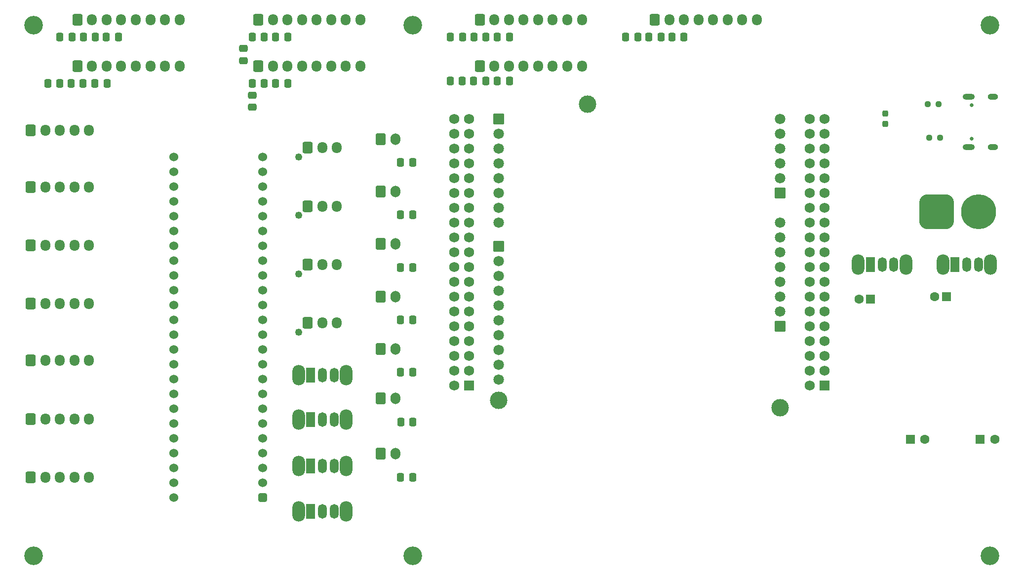
<source format=gbr>
%TF.GenerationSoftware,KiCad,Pcbnew,8.0.5*%
%TF.CreationDate,2024-09-21T15:40:11-07:00*%
%TF.ProjectId,MRIRobot_PCB,4d524952-6f62-46f7-945f-5043422e6b69,rev?*%
%TF.SameCoordinates,Original*%
%TF.FileFunction,Soldermask,Bot*%
%TF.FilePolarity,Negative*%
%FSLAX46Y46*%
G04 Gerber Fmt 4.6, Leading zero omitted, Abs format (unit mm)*
G04 Created by KiCad (PCBNEW 8.0.5) date 2024-09-21 15:40:11*
%MOMM*%
%LPD*%
G01*
G04 APERTURE LIST*
G04 Aperture macros list*
%AMRoundRect*
0 Rectangle with rounded corners*
0 $1 Rounding radius*
0 $2 $3 $4 $5 $6 $7 $8 $9 X,Y pos of 4 corners*
0 Add a 4 corners polygon primitive as box body*
4,1,4,$2,$3,$4,$5,$6,$7,$8,$9,$2,$3,0*
0 Add four circle primitives for the rounded corners*
1,1,$1+$1,$2,$3*
1,1,$1+$1,$4,$5*
1,1,$1+$1,$6,$7*
1,1,$1+$1,$8,$9*
0 Add four rect primitives between the rounded corners*
20,1,$1+$1,$2,$3,$4,$5,0*
20,1,$1+$1,$4,$5,$6,$7,0*
20,1,$1+$1,$6,$7,$8,$9,0*
20,1,$1+$1,$8,$9,$2,$3,0*%
G04 Aperture macros list end*
%ADD10RoundRect,0.250000X-0.600000X-0.750000X0.600000X-0.750000X0.600000X0.750000X-0.600000X0.750000X0*%
%ADD11O,1.700000X2.000000*%
%ADD12C,3.000000*%
%ADD13RoundRect,0.102000X0.802500X0.802500X-0.802500X0.802500X-0.802500X-0.802500X0.802500X-0.802500X0*%
%ADD14C,1.809000*%
%ADD15RoundRect,0.102000X0.765000X0.765000X-0.765000X0.765000X-0.765000X-0.765000X0.765000X-0.765000X0*%
%ADD16C,1.734000*%
%ADD17RoundRect,0.250000X-0.600000X-0.725000X0.600000X-0.725000X0.600000X0.725000X-0.600000X0.725000X0*%
%ADD18O,1.700000X1.950000*%
%ADD19O,2.200000X3.500000*%
%ADD20R,1.500000X2.500000*%
%ADD21O,1.500000X2.500000*%
%ADD22C,0.650000*%
%ADD23O,2.100000X1.000000*%
%ADD24O,1.800000X1.000000*%
%ADD25R,1.600000X1.600000*%
%ADD26C,1.600000*%
%ADD27C,3.200000*%
%ADD28C,1.250000*%
%ADD29RoundRect,1.500000X-1.500000X-1.500000X1.500000X-1.500000X1.500000X1.500000X-1.500000X1.500000X0*%
%ADD30C,6.000000*%
%ADD31C,1.524000*%
%ADD32RoundRect,0.381000X-0.381000X-0.381000X0.381000X-0.381000X0.381000X0.381000X-0.381000X0.381000X0*%
%ADD33RoundRect,0.250000X-0.337500X-0.475000X0.337500X-0.475000X0.337500X0.475000X-0.337500X0.475000X0*%
%ADD34RoundRect,0.250000X0.337500X0.475000X-0.337500X0.475000X-0.337500X-0.475000X0.337500X-0.475000X0*%
%ADD35RoundRect,0.237500X0.237500X-0.300000X0.237500X0.300000X-0.237500X0.300000X-0.237500X-0.300000X0*%
%ADD36RoundRect,0.250000X0.475000X-0.337500X0.475000X0.337500X-0.475000X0.337500X-0.475000X-0.337500X0*%
%ADD37RoundRect,0.237500X0.250000X0.237500X-0.250000X0.237500X-0.250000X-0.237500X0.250000X-0.237500X0*%
G04 APERTURE END LIST*
D10*
%TO.C,J14*%
X117500000Y-100500000D03*
D11*
X120000000Y-100500000D03*
%TD*%
D12*
%TO.C,U1*%
X186020000Y-137570000D03*
X153000000Y-85500000D03*
X137760000Y-136300000D03*
D13*
X137760000Y-109880000D03*
D14*
X137760000Y-112420000D03*
X137760000Y-114960000D03*
X137760000Y-117500000D03*
X137760000Y-120040000D03*
X137760000Y-122580000D03*
X137760000Y-125120000D03*
X137760000Y-127660000D03*
X137760000Y-130200000D03*
X137760000Y-132740000D03*
D13*
X186020000Y-123600000D03*
D14*
X186020000Y-121060000D03*
X186020000Y-118520000D03*
X186020000Y-115980000D03*
X186020000Y-113440000D03*
X186020000Y-110900000D03*
X186020000Y-108360000D03*
X186020000Y-105820000D03*
D15*
X193640000Y-133760000D03*
D16*
X191100000Y-133760000D03*
X193640000Y-131220000D03*
X191100000Y-131220000D03*
X193640000Y-128680000D03*
X191100000Y-128680000D03*
X193640000Y-126140000D03*
X191100000Y-126140000D03*
X193640000Y-123600000D03*
X191100000Y-123600000D03*
X193640000Y-121060000D03*
X191100000Y-121060000D03*
X193640000Y-118520000D03*
X191100000Y-118520000D03*
X193640000Y-115980000D03*
X191100000Y-115980000D03*
X193640000Y-113440000D03*
X191100000Y-113440000D03*
X193640000Y-110900000D03*
X191100000Y-110900000D03*
X193640000Y-108360000D03*
X191100000Y-108360000D03*
X193640000Y-105820000D03*
X191100000Y-105820000D03*
X193640000Y-103280000D03*
X191100000Y-103280000D03*
X193640000Y-100740000D03*
X191100000Y-100740000D03*
X193640000Y-98200000D03*
X191100000Y-98200000D03*
X193640000Y-95660000D03*
X191100000Y-95660000D03*
X193640000Y-93120000D03*
X191100000Y-93120000D03*
X193640000Y-90580000D03*
X191100000Y-90580000D03*
X193640000Y-88040000D03*
X191100000Y-88040000D03*
D13*
X186020000Y-100740000D03*
D14*
X186020000Y-98200000D03*
X186020000Y-95660000D03*
X186020000Y-93120000D03*
X186020000Y-90580000D03*
X186020000Y-88040000D03*
D13*
X137760000Y-88040000D03*
D14*
X137760000Y-90580000D03*
X137760000Y-93120000D03*
X137760000Y-95660000D03*
X137760000Y-98200000D03*
X137760000Y-100740000D03*
X137760000Y-103280000D03*
X137760000Y-105820000D03*
D15*
X132680000Y-133760000D03*
D16*
X130140000Y-133760000D03*
X132680000Y-131220000D03*
X130140000Y-131220000D03*
X132680000Y-128680000D03*
X130140000Y-128680000D03*
X132680000Y-126140000D03*
X130140000Y-126140000D03*
X132680000Y-123600000D03*
X130140000Y-123600000D03*
X132680000Y-121060000D03*
X130140000Y-121060000D03*
X132680000Y-118520000D03*
X130140000Y-118520000D03*
X132680000Y-115980000D03*
X130140000Y-115980000D03*
X132680000Y-113440000D03*
X130140000Y-113440000D03*
X132680000Y-110900000D03*
X130140000Y-110900000D03*
X132680000Y-108360000D03*
X130140000Y-108360000D03*
X132680000Y-105820000D03*
X130140000Y-105820000D03*
X132680000Y-103280000D03*
X130140000Y-103280000D03*
X132680000Y-100740000D03*
X130140000Y-100740000D03*
X132680000Y-98200000D03*
X130140000Y-98200000D03*
X132680000Y-95660000D03*
X130140000Y-95660000D03*
X132680000Y-93120000D03*
X130140000Y-93120000D03*
X132680000Y-90580000D03*
X130140000Y-90580000D03*
X132680000Y-88040000D03*
X130140000Y-88040000D03*
%TD*%
D17*
%TO.C,J27*%
X65500000Y-71000000D03*
D18*
X68000000Y-71000000D03*
X70500000Y-71000000D03*
X73000000Y-71000000D03*
X75500000Y-71000000D03*
X78000000Y-71000000D03*
X80500000Y-71000000D03*
X83000000Y-71000000D03*
%TD*%
D19*
%TO.C,SW6*%
X103400000Y-155390000D03*
X111600000Y-155390000D03*
D20*
X105500000Y-155390000D03*
D21*
X107500000Y-155390000D03*
X109500000Y-155390000D03*
%TD*%
D19*
%TO.C,SW3*%
X103400000Y-132000000D03*
X111600000Y-132000000D03*
D20*
X105500000Y-132000000D03*
D21*
X107500000Y-132000000D03*
X109500000Y-132000000D03*
%TD*%
D22*
%TO.C,J4*%
X218820000Y-91460000D03*
X218820000Y-85680000D03*
D23*
X218320000Y-92890000D03*
D24*
X222500000Y-92890000D03*
D23*
X218320000Y-84250000D03*
D24*
X222500000Y-84250000D03*
%TD*%
D10*
%TO.C,J10*%
X117500000Y-91500000D03*
D11*
X120000000Y-91500000D03*
%TD*%
D19*
%TO.C,SW2*%
X213900000Y-113000000D03*
X222100000Y-113000000D03*
D20*
X216000000Y-113000000D03*
D21*
X218000000Y-113000000D03*
X220000000Y-113000000D03*
%TD*%
D25*
%TO.C,C11*%
X220317621Y-143000000D03*
D26*
X222817621Y-143000000D03*
%TD*%
D25*
%TO.C,C3*%
X214500000Y-118500000D03*
D26*
X212500000Y-118500000D03*
%TD*%
D17*
%TO.C,J24*%
X65500000Y-79000000D03*
D18*
X68000000Y-79000000D03*
X70500000Y-79000000D03*
X73000000Y-79000000D03*
X75500000Y-79000000D03*
X78000000Y-79000000D03*
X80500000Y-79000000D03*
X83000000Y-79000000D03*
%TD*%
D17*
%TO.C,J6*%
X57500000Y-129500000D03*
D18*
X60000000Y-129500000D03*
X62500000Y-129500000D03*
X65000000Y-129500000D03*
X67500000Y-129500000D03*
%TD*%
D27*
%TO.C,H5*%
X123000000Y-72000000D03*
%TD*%
D10*
%TO.C,J12*%
X117500000Y-127500000D03*
D11*
X120000000Y-127500000D03*
%TD*%
D25*
%TO.C,C10*%
X208317621Y-143000000D03*
D26*
X210817621Y-143000000D03*
%TD*%
D28*
%TO.C,J23*%
X103400000Y-104600000D03*
D17*
X105000000Y-103000000D03*
D18*
X107500000Y-103000000D03*
X110000000Y-103000000D03*
%TD*%
D17*
%TO.C,J2*%
X57500000Y-99700000D03*
D18*
X60000000Y-99700000D03*
X62500000Y-99700000D03*
X65000000Y-99700000D03*
X67500000Y-99700000D03*
%TD*%
D17*
%TO.C,J18*%
X134500000Y-79000000D03*
D18*
X137000000Y-79000000D03*
X139500000Y-79000000D03*
X142000000Y-79000000D03*
X144500000Y-79000000D03*
X147000000Y-79000000D03*
X149500000Y-79000000D03*
X152000000Y-79000000D03*
%TD*%
D29*
%TO.C,J9*%
X212800000Y-104000000D03*
D30*
X220000000Y-104000000D03*
%TD*%
D27*
%TO.C,H1*%
X58000000Y-163000000D03*
%TD*%
D17*
%TO.C,J17*%
X164500000Y-71000000D03*
D18*
X167000000Y-71000000D03*
X169500000Y-71000000D03*
X172000000Y-71000000D03*
X174500000Y-71000000D03*
X177000000Y-71000000D03*
X179500000Y-71000000D03*
X182000000Y-71000000D03*
%TD*%
D28*
%TO.C,J26*%
X103399999Y-124600000D03*
D17*
X104999999Y-123000000D03*
D18*
X107499999Y-123000000D03*
X109999999Y-123000000D03*
%TD*%
D27*
%TO.C,H4*%
X58000000Y-72000000D03*
%TD*%
D19*
%TO.C,SW4*%
X103400000Y-139647500D03*
X111600000Y-139647500D03*
D20*
X105500000Y-139647500D03*
D21*
X107500000Y-139647500D03*
X109500000Y-139647500D03*
%TD*%
D17*
%TO.C,J20*%
X96500000Y-79000000D03*
D18*
X99000000Y-79000000D03*
X101500000Y-79000000D03*
X104000000Y-79000000D03*
X106500000Y-79000000D03*
X109000000Y-79000000D03*
X111500000Y-79000000D03*
X114000000Y-79000000D03*
%TD*%
D27*
%TO.C,H6*%
X222000000Y-72000000D03*
%TD*%
%TO.C,H2*%
X123000000Y-163000000D03*
%TD*%
D10*
%TO.C,J13*%
X117500000Y-145500000D03*
D11*
X120000000Y-145500000D03*
%TD*%
D31*
%TO.C,U3*%
X81980000Y-94565000D03*
X81980000Y-97105000D03*
X81980000Y-99645000D03*
X81980000Y-102185000D03*
X81980000Y-104725000D03*
X81980000Y-107265000D03*
X81980000Y-109805000D03*
X81980000Y-112345000D03*
X81980000Y-114885000D03*
X81980000Y-117425000D03*
X81980000Y-119965000D03*
X81980000Y-122505000D03*
X81980000Y-125045000D03*
X81980000Y-127585000D03*
X81980000Y-130125000D03*
X81980000Y-132665000D03*
X81980000Y-135205000D03*
X81980000Y-137745000D03*
X81980000Y-140285000D03*
X81980000Y-142825000D03*
X81980000Y-145365000D03*
X81980000Y-147905000D03*
X81980000Y-150445000D03*
X81980000Y-152985000D03*
D32*
X97220000Y-152985000D03*
D31*
X97220000Y-150445000D03*
X97220000Y-147905000D03*
X97220000Y-145365000D03*
X97220000Y-142825000D03*
X97220000Y-140285000D03*
X97220000Y-137745000D03*
X97220000Y-135205000D03*
X97220000Y-132665000D03*
X97220000Y-130125000D03*
X97220000Y-127585000D03*
X97220000Y-125045000D03*
X97220000Y-122505000D03*
X97220000Y-119965000D03*
X97220000Y-117425000D03*
X97220000Y-114885000D03*
X97220000Y-112345000D03*
X97220000Y-109805000D03*
X97220000Y-107265000D03*
X97220000Y-104725000D03*
X97220000Y-102185000D03*
X97220000Y-99645000D03*
X97220000Y-97105000D03*
X97220000Y-94565000D03*
%TD*%
D25*
%TO.C,C2*%
X201500000Y-119000000D03*
D26*
X199500000Y-119000000D03*
%TD*%
D10*
%TO.C,J11*%
X117500000Y-109500000D03*
D11*
X120000000Y-109500000D03*
%TD*%
D28*
%TO.C,J22*%
X103400000Y-94600000D03*
D17*
X105000000Y-93000000D03*
D18*
X107500000Y-93000000D03*
X110000000Y-93000000D03*
%TD*%
D17*
%TO.C,J21*%
X96500000Y-71000000D03*
D18*
X99000000Y-71000000D03*
X101500000Y-71000000D03*
X104000000Y-71000000D03*
X106500000Y-71000000D03*
X109000000Y-71000000D03*
X111500000Y-71000000D03*
X114000000Y-71000000D03*
%TD*%
D17*
%TO.C,J8*%
X57500000Y-149500000D03*
D18*
X60000000Y-149500000D03*
X62500000Y-149500000D03*
X65000000Y-149500000D03*
X67500000Y-149500000D03*
%TD*%
D27*
%TO.C,H3*%
X222000000Y-163000000D03*
%TD*%
D17*
%TO.C,J1*%
X57500000Y-90000000D03*
D18*
X60000000Y-90000000D03*
X62500000Y-90000000D03*
X65000000Y-90000000D03*
X67500000Y-90000000D03*
%TD*%
D17*
%TO.C,J7*%
X57500000Y-139500000D03*
D18*
X60000000Y-139500000D03*
X62500000Y-139500000D03*
X65000000Y-139500000D03*
X67500000Y-139500000D03*
%TD*%
D10*
%TO.C,J15*%
X117500000Y-118500000D03*
D11*
X120000000Y-118500000D03*
%TD*%
D10*
%TO.C,J16*%
X117500000Y-136000000D03*
D11*
X120000000Y-136000000D03*
%TD*%
D17*
%TO.C,J5*%
X57500000Y-119700000D03*
D18*
X60000000Y-119700000D03*
X62500000Y-119700000D03*
X65000000Y-119700000D03*
X67500000Y-119700000D03*
%TD*%
D19*
%TO.C,SW5*%
X103400000Y-147592500D03*
X111600000Y-147592500D03*
D20*
X105500000Y-147592500D03*
D21*
X107500000Y-147592500D03*
X109500000Y-147592500D03*
%TD*%
D17*
%TO.C,J19*%
X134500000Y-71000000D03*
D18*
X137000000Y-71000000D03*
X139500000Y-71000000D03*
X142000000Y-71000000D03*
X144500000Y-71000000D03*
X147000000Y-71000000D03*
X149500000Y-71000000D03*
X152000000Y-71000000D03*
%TD*%
D19*
%TO.C,SW1*%
X199400000Y-113000000D03*
X207600000Y-113000000D03*
D20*
X201500000Y-113000000D03*
D21*
X203500000Y-113000000D03*
X205500000Y-113000000D03*
%TD*%
D17*
%TO.C,J3*%
X57500000Y-109700000D03*
D18*
X60000000Y-109700000D03*
X62500000Y-109700000D03*
X65000000Y-109700000D03*
X67500000Y-109700000D03*
%TD*%
D28*
%TO.C,J25*%
X103399999Y-114600000D03*
D17*
X104999999Y-113000000D03*
D18*
X107499999Y-113000000D03*
X109999999Y-113000000D03*
%TD*%
D33*
%TO.C,R53*%
X120962500Y-140000000D03*
X123037500Y-140000000D03*
%TD*%
D34*
%TO.C,R73*%
X101537500Y-74000000D03*
X99462500Y-74000000D03*
%TD*%
D33*
%TO.C,R76*%
X60425000Y-82000000D03*
X62500000Y-82000000D03*
%TD*%
%TO.C,C7*%
X133425000Y-81500000D03*
X135500000Y-81500000D03*
%TD*%
D34*
%TO.C,R55*%
X169500000Y-74000000D03*
X167425000Y-74000000D03*
%TD*%
D35*
%TO.C,C1*%
X204000000Y-88862500D03*
X204000000Y-87137500D03*
%TD*%
D33*
%TO.C,C14*%
X95462500Y-74000000D03*
X97537500Y-74000000D03*
%TD*%
D34*
%TO.C,R61*%
X139575000Y-81500000D03*
X137500000Y-81500000D03*
%TD*%
D33*
%TO.C,R47*%
X120925000Y-95500000D03*
X123000000Y-95500000D03*
%TD*%
%TO.C,R60*%
X129425000Y-81500000D03*
X131500000Y-81500000D03*
%TD*%
D36*
%TO.C,R66*%
X95500000Y-86037500D03*
X95500000Y-83962500D03*
%TD*%
D37*
%TO.C,R13*%
X213162500Y-85500000D03*
X211337500Y-85500000D03*
%TD*%
D33*
%TO.C,C12*%
X133462500Y-74000000D03*
X135537500Y-74000000D03*
%TD*%
D34*
%TO.C,R77*%
X70575000Y-82000000D03*
X68500000Y-82000000D03*
%TD*%
D33*
%TO.C,C16*%
X66500000Y-74000000D03*
X68575000Y-74000000D03*
%TD*%
%TO.C,R64*%
X129462500Y-74000000D03*
X131537500Y-74000000D03*
%TD*%
%TO.C,R78*%
X62500000Y-74000000D03*
X64575000Y-74000000D03*
%TD*%
%TO.C,R52*%
X120925000Y-122500000D03*
X123000000Y-122500000D03*
%TD*%
%TO.C,C6*%
X163500000Y-74000000D03*
X165575000Y-74000000D03*
%TD*%
D37*
%TO.C,R14*%
X213412500Y-91250000D03*
X211587500Y-91250000D03*
%TD*%
D34*
%TO.C,R79*%
X72500000Y-74000000D03*
X70425000Y-74000000D03*
%TD*%
D33*
%TO.C,C13*%
X95462500Y-82000000D03*
X97537500Y-82000000D03*
%TD*%
%TO.C,R49*%
X120925000Y-131500000D03*
X123000000Y-131500000D03*
%TD*%
%TO.C,R48*%
X120925000Y-113500000D03*
X123000000Y-113500000D03*
%TD*%
D34*
%TO.C,R65*%
X139575000Y-74000000D03*
X137500000Y-74000000D03*
%TD*%
D33*
%TO.C,C15*%
X64387500Y-82000000D03*
X66462500Y-82000000D03*
%TD*%
D36*
%TO.C,R72*%
X94000000Y-78037500D03*
X94000000Y-75962500D03*
%TD*%
D33*
%TO.C,R51*%
X120925000Y-104500000D03*
X123000000Y-104500000D03*
%TD*%
%TO.C,R50*%
X120925000Y-149500000D03*
X123000000Y-149500000D03*
%TD*%
%TO.C,R54*%
X159500000Y-74000000D03*
X161575000Y-74000000D03*
%TD*%
D34*
%TO.C,R67*%
X101575000Y-82000000D03*
X99500000Y-82000000D03*
%TD*%
M02*

</source>
